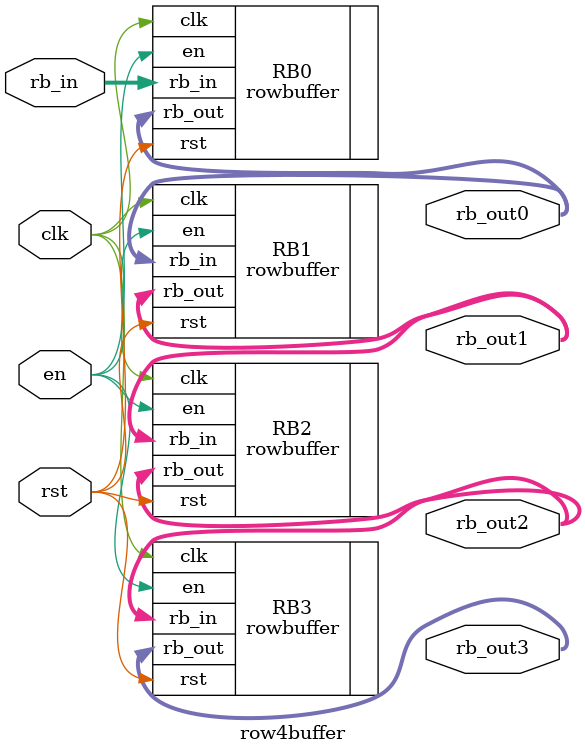
<source format=v>
module row4buffer #(parameter COLS = 10, BIT_WIDTH = 10)(
	input clk, rst,
	input [BIT_WIDTH-1:0] rb_in,
	input en,	// whether to latch or not
	output [BIT_WIDTH-1:0] rb_out0, rb_out1, rb_out2, rb_out3
);

// first row to receive input
rowbuffer #(.COLS(COLS), .BIT_WIDTH(BIT_WIDTH)) RB0(  .clk(clk),
							.rst(rst),
							.rb_in(rb_in),
							.en(en),
							.rb_out(rb_out0)
);

rowbuffer #(.COLS(COLS), .BIT_WIDTH(BIT_WIDTH)) RB1(  .clk(clk),
							.rst(rst),
							.rb_in(rb_out0),
							.en(en),
							.rb_out(rb_out1)
);

rowbuffer #(.COLS(COLS), .BIT_WIDTH(BIT_WIDTH)) RB2(  .clk(clk),
							.rst(rst),
							.rb_in(rb_out1),
							.en(en),
							.rb_out(rb_out2)
);

// last row to receive input
rowbuffer #(.COLS(COLS), .BIT_WIDTH(BIT_WIDTH)) RB3(  .clk(clk),
							.rst(rst),
							.rb_in(rb_out2),
							.en(en),
							.rb_out(rb_out3)
);

endmodule
</source>
